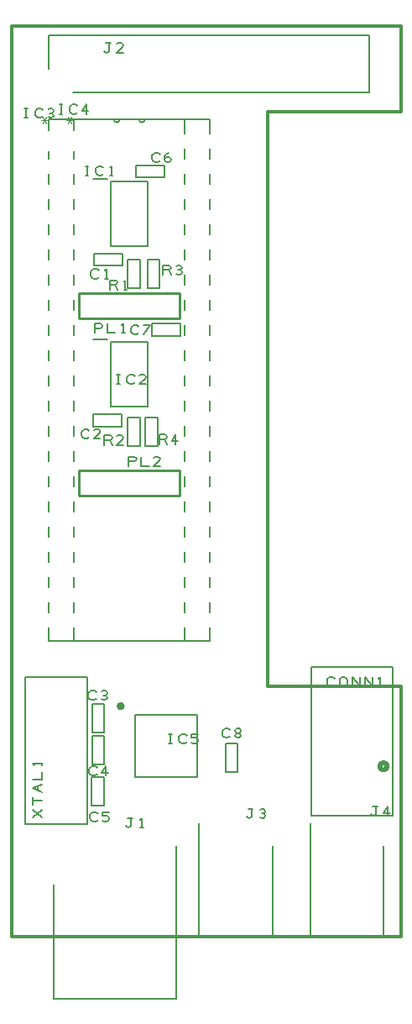
<source format=gto>
G04 DesignSpark PCB Gerber Version 11.0 Build 5877*
%FSLAX35Y35*%
%MOIN*%
%ADD124C,0.00300*%
%ADD100C,0.00500*%
%ADD115C,0.00600*%
%ADD125C,0.00787*%
%ADD81C,0.01000*%
%ADD10C,0.01200*%
%ADD131C,0.01575*%
%ADD127C,0.02000*%
X0Y0D02*
D02*
D10*
X87779Y25765D02*
Y387128D01*
X242514D01*
Y353055D01*
X189685D01*
Y124858D01*
X242514D01*
Y25765D01*
X87779D01*
D02*
D81*
X114719Y200821D02*
X154719D01*
Y210821D01*
X114719D01*
Y200821D01*
Y271156D02*
X154719D01*
Y281156D01*
X114719D01*
Y271156D01*
D02*
D100*
X93091Y350554D02*
X94341D01*
X93717D02*
Y354304D01*
X93091D02*
X94341D01*
X100279Y351179D02*
X99967Y350867D01*
X99341Y350554D01*
X98404D01*
X97779Y350867D01*
X97467Y351179D01*
X97154Y351804D01*
Y353054D01*
X97467Y353679D01*
X97779Y353992D01*
X98404Y354304D01*
X99341D01*
X99967Y353992D01*
X100279Y353679D01*
X102467Y350867D02*
X103091Y350554D01*
X103717D01*
X104341Y350867D01*
X104654Y351492D01*
X104341Y352117D01*
X103717Y352429D01*
X103091D01*
X103717D02*
X104341Y352742D01*
X104654Y353367D01*
X104341Y353992D01*
X103717Y354304D01*
X103091D01*
X102467Y353992D01*
X99969Y72967D02*
X96219Y76092D01*
Y72967D02*
X99969Y76092D01*
Y79530D02*
X96219D01*
Y77967D02*
Y81092D01*
X99969Y82967D02*
X96219Y84530D01*
X99969Y86092D01*
X98407Y83592D02*
Y85467D01*
X96219Y87967D02*
X99969D01*
Y91092D01*
Y93592D02*
Y94842D01*
Y94217D02*
X96219D01*
X96844Y93592D01*
X106846Y352117D02*
X108096D01*
X107471D02*
Y355867D01*
X106846D02*
X108096D01*
X114033Y352742D02*
X113721Y352430D01*
X113096Y352117D01*
X112158D01*
X111533Y352430D01*
X111221Y352742D01*
X110908Y353367D01*
Y354617D01*
X111221Y355242D01*
X111533Y355555D01*
X112158Y355867D01*
X113096D01*
X113721Y355555D01*
X114033Y355242D01*
X117471Y352117D02*
Y355867D01*
X115908Y353367D01*
X118408D01*
X118724Y223952D02*
X118411Y223639D01*
X117786Y223326D01*
X116849D01*
X116224Y223639D01*
X115911Y223952D01*
X115599Y224576D01*
Y225826D01*
X115911Y226452D01*
X116224Y226764D01*
X116849Y227076D01*
X117786D01*
X118411Y226764D01*
X118724Y226452D01*
X123099Y223326D02*
X120599D01*
X122786Y225514D01*
X123099Y226139D01*
X122786Y226764D01*
X122161Y227076D01*
X121224D01*
X120599Y226764D01*
X117161Y327734D02*
X118411D01*
X117787D02*
Y331484D01*
X117161D02*
X118411D01*
X124349Y328359D02*
X124037Y328047D01*
X123411Y327734D01*
X122474D01*
X121849Y328047D01*
X121537Y328359D01*
X121224Y328984D01*
Y330234D01*
X121537Y330859D01*
X121849Y331172D01*
X122474Y331484D01*
X123411D01*
X124037Y331172D01*
X124349Y330859D01*
X126849Y327734D02*
X128099D01*
X127474D02*
Y331484D01*
X126849Y330859D01*
X117816Y70388D02*
Y128687D01*
X93375D01*
Y70388D01*
X117816D01*
X121537Y120169D02*
X121225Y119856D01*
X120600Y119544D01*
X119662D01*
X119037Y119856D01*
X118725Y120169D01*
X118412Y120794D01*
Y122044D01*
X118725Y122669D01*
X119037Y122981D01*
X119662Y123294D01*
X120600D01*
X121225Y122981D01*
X121537Y122669D01*
X123725Y119856D02*
X124350Y119544D01*
X124975D01*
X125600Y119856D01*
X125912Y120481D01*
X125600Y121106D01*
X124975Y121419D01*
X124350D01*
X124975D02*
X125600Y121731D01*
X125912Y122356D01*
X125600Y122981D01*
X124975Y123294D01*
X124350D01*
X123725Y122981D01*
X121850Y90159D02*
X121537Y89847D01*
X120912Y89534D01*
X119975D01*
X119350Y89847D01*
X119037Y90159D01*
X118725Y90784D01*
Y92034D01*
X119037Y92659D01*
X119350Y92972D01*
X119975Y93284D01*
X120912D01*
X121537Y92972D01*
X121850Y92659D01*
X125287Y89534D02*
Y93284D01*
X123725Y90784D01*
X126225D01*
X122163Y72029D02*
X121850Y71716D01*
X121225Y71404D01*
X120287D01*
X119663Y71716D01*
X119350Y72029D01*
X119037Y72654D01*
Y73904D01*
X119350Y74529D01*
X119663Y74841D01*
X120287Y75154D01*
X121225D01*
X121850Y74841D01*
X122163Y74529D01*
X124037Y71716D02*
X124663Y71404D01*
X125600D01*
X126225Y71716D01*
X126537Y72341D01*
Y72654D01*
X126225Y73279D01*
X125600Y73591D01*
X124037D01*
Y75154D01*
X126537D01*
X122475Y287409D02*
X122163Y287096D01*
X121537Y286784D01*
X120600D01*
X119975Y287096D01*
X119663Y287409D01*
X119350Y288034D01*
Y289284D01*
X119663Y289909D01*
X119975Y290222D01*
X120600Y290534D01*
X121537D01*
X122163Y290222D01*
X122475Y289909D01*
X124975Y286784D02*
X126225D01*
X125600D02*
Y290534D01*
X124975Y289909D01*
X119780Y105281D02*
X124604D01*
Y93915D01*
X119780D01*
Y105281D01*
Y118098D02*
X124604D01*
Y106731D01*
X119780D01*
Y118098D01*
X120913Y265215D02*
Y268965D01*
X123100D01*
X123726Y268652D01*
X124038Y268027D01*
X123726Y267402D01*
X123100Y267090D01*
X120913D01*
X125913Y268965D02*
Y265215D01*
X129038D01*
X131538D02*
X132788D01*
X132163D02*
Y268965D01*
X131538Y268340D01*
X124547Y77539D02*
X119723D01*
Y88906D01*
X124547D01*
Y77539D01*
X124664Y220826D02*
Y224576D01*
X126852D01*
X127477Y224263D01*
X127789Y223638D01*
X127477Y223013D01*
X126852Y222701D01*
X124664D01*
X126852D02*
X127789Y220826D01*
X132164D02*
X129664D01*
X131852Y223013D01*
X132164Y223638D01*
X131852Y224263D01*
X131227Y224576D01*
X130289D01*
X129664Y224263D01*
X124664Y377091D02*
X124977Y376778D01*
X125602Y376466D01*
X126227Y376778D01*
X126539Y377091D01*
Y380216D01*
X127164D01*
X126539D02*
X125289D01*
X132164Y376466D02*
X129664D01*
X131852Y378654D01*
X132164Y379278D01*
X131852Y379904D01*
X131227Y380216D01*
X130289D01*
X129664Y379904D01*
X126852Y282407D02*
Y286157D01*
X129040D01*
X129665Y285845D01*
X129978Y285220D01*
X129665Y284595D01*
X129040Y284283D01*
X126852D01*
X129040D02*
X129978Y282407D01*
X132478D02*
X133728D01*
X133102D02*
Y286157D01*
X132478Y285533D01*
X129665Y244896D02*
X130915D01*
X130291D02*
Y248646D01*
X129665D02*
X130915D01*
X136853Y245521D02*
X136541Y245208D01*
X135915Y244896D01*
X134978D01*
X134353Y245208D01*
X134041Y245521D01*
X133728Y246146D01*
Y247396D01*
X134041Y248021D01*
X134353Y248333D01*
X134978Y248646D01*
X135915D01*
X136541Y248333D01*
X136853Y248021D01*
X141228Y244896D02*
X138728D01*
X140915Y247083D01*
X141228Y247708D01*
X140915Y248333D01*
X140291Y248646D01*
X139353D01*
X138728Y248333D01*
X131658Y232900D02*
Y228076D01*
X120291D01*
Y232900D01*
X131658D01*
X131971Y296670D02*
Y291846D01*
X120604D01*
Y296670D01*
X131971D01*
X133417Y69528D02*
X133730Y69215D01*
X134354Y68903D01*
X134980Y69215D01*
X135292Y69528D01*
Y72653D01*
X135917D01*
X135292D02*
X134042D01*
X139042Y68903D02*
X140292D01*
X139667D02*
Y72653D01*
X139042Y72028D01*
X134355Y212385D02*
Y216135D01*
X136542D01*
X137167Y215823D01*
X137480Y215198D01*
X137167Y214573D01*
X136542Y214261D01*
X134355D01*
X139355Y216135D02*
Y212385D01*
X142480D01*
X146855D02*
X144355D01*
X146542Y214573D01*
X146855Y215198D01*
X146542Y215823D01*
X145917Y216135D01*
X144980D01*
X144355Y215823D01*
X138418Y265215D02*
X138105Y264902D01*
X137480Y264589D01*
X136543D01*
X135918Y264902D01*
X135605Y265215D01*
X135293Y265839D01*
Y267089D01*
X135605Y267715D01*
X135918Y268027D01*
X136543Y268339D01*
X137480D01*
X138105Y268027D01*
X138418Y267715D01*
X140293Y264589D02*
X142793Y268339D01*
X140293D01*
X138927Y220396D02*
X134102D01*
Y231763D01*
X138927D01*
Y220396D01*
Y282916D02*
X134102D01*
Y294283D01*
X138927D01*
Y282916D01*
X143616Y264081D02*
Y268906D01*
X154983D01*
Y264081D01*
X143616D01*
X146858Y333674D02*
X146545Y333361D01*
X145920Y333048D01*
X144983D01*
X144358Y333361D01*
X144045Y333674D01*
X143733Y334298D01*
Y335548D01*
X144045Y336174D01*
X144358Y336486D01*
X144983Y336798D01*
X145920D01*
X146545Y336486D01*
X146858Y336174D01*
X148733Y333986D02*
X149045Y334611D01*
X149670Y334924D01*
X150295D01*
X150920Y334611D01*
X151233Y333986D01*
X150920Y333361D01*
X150295Y333048D01*
X149670D01*
X149045Y333361D01*
X148733Y333986D01*
Y334924D01*
X149045Y335861D01*
X149670Y336486D01*
X150295Y336798D01*
X145804Y220396D02*
X140980D01*
Y231763D01*
X145804D01*
Y220396D01*
X146546Y221138D02*
Y224888D01*
X148733D01*
X149359Y224576D01*
X149671Y223951D01*
X149359Y223326D01*
X148733Y223013D01*
X146546D01*
X148733D02*
X149671Y221138D01*
X153109D02*
Y224888D01*
X151546Y222388D01*
X154046D01*
X146742Y282916D02*
X141917D01*
Y294283D01*
X146742D01*
Y282916D01*
X148109Y288347D02*
Y292097D01*
X150296D01*
X150922Y291785D01*
X151234Y291159D01*
X150922Y290535D01*
X150296Y290222D01*
X148109D01*
X150296D02*
X151234Y288347D01*
X153422Y288659D02*
X154046Y288347D01*
X154672D01*
X155296Y288659D01*
X155609Y289285D01*
X155296Y289909D01*
X154672Y290222D01*
X154046D01*
X154672D02*
X155296Y290535D01*
X155609Y291159D01*
X155296Y291785D01*
X154672Y292097D01*
X154046D01*
X153422Y291785D01*
X148539Y331681D02*
Y326857D01*
X137172D01*
Y331681D01*
X148539D01*
X150297Y102351D02*
X151547D01*
X150922D02*
Y106101D01*
X150297D02*
X151547D01*
X157485Y102976D02*
X157172Y102663D01*
X156547Y102351D01*
X155609D01*
X154985Y102663D01*
X154672Y102976D01*
X154359Y103601D01*
Y104851D01*
X154672Y105476D01*
X154985Y105789D01*
X155609Y106101D01*
X156547D01*
X157172Y105789D01*
X157485Y105476D01*
X159359Y102663D02*
X159985Y102351D01*
X160922D01*
X161547Y102663D01*
X161859Y103289D01*
Y103601D01*
X161547Y104226D01*
X160922Y104539D01*
X159359D01*
Y106101D01*
X161859D01*
X174679Y105164D02*
X174367Y104852D01*
X173741Y104539D01*
X172804D01*
X172179Y104852D01*
X171867Y105164D01*
X171554Y105789D01*
Y107039D01*
X171867Y107664D01*
X172179Y107977D01*
X172804Y108289D01*
X173741D01*
X174367Y107977D01*
X174679Y107664D01*
X177491Y106414D02*
X178117D01*
X178741Y106727D01*
X179054Y107352D01*
X178741Y107977D01*
X178117Y108289D01*
X177491D01*
X176867Y107977D01*
X176554Y107352D01*
X176867Y106727D01*
X177491Y106414D01*
X176867Y106102D01*
X176554Y105477D01*
X176867Y104852D01*
X177491Y104539D01*
X178117D01*
X178741Y104852D01*
X179054Y105477D01*
X178741Y106102D01*
X178117Y106414D01*
X177689Y90981D02*
X172865D01*
Y102348D01*
X177689D01*
Y90981D01*
X181244Y73279D02*
X181557Y72967D01*
X182182Y72654D01*
X182807Y72967D01*
X183120Y73279D01*
Y76404D01*
X183744D01*
X183120D02*
X181870D01*
X186557Y72967D02*
X187182Y72654D01*
X187807D01*
X188432Y72967D01*
X188744Y73592D01*
X188432Y74217D01*
X187807Y74529D01*
X187182D01*
X187807D02*
X188432Y74842D01*
X188744Y75467D01*
X188432Y76092D01*
X187807Y76404D01*
X187182D01*
X186557Y76092D01*
X216255Y125483D02*
X215942Y125170D01*
X215317Y124858D01*
X214380D01*
X213755Y125170D01*
X213442Y125483D01*
X213130Y126108D01*
Y127358D01*
X213442Y127983D01*
X213755Y128296D01*
X214380Y128608D01*
X215317D01*
X215942Y128296D01*
X216255Y127983D01*
X218130Y126108D02*
Y127358D01*
X218442Y127983D01*
X218755Y128296D01*
X219380Y128608D01*
X220005D01*
X220630Y128296D01*
X220942Y127983D01*
X221255Y127358D01*
Y126108D01*
X220942Y125483D01*
X220630Y125170D01*
X220005Y124858D01*
X219380D01*
X218755Y125170D01*
X218442Y125483D01*
X218130Y126108D01*
X223130Y124858D02*
Y128608D01*
X226255Y124858D01*
Y128608D01*
X228130Y124858D02*
Y128608D01*
X231255Y124858D01*
Y128608D01*
X233755Y124858D02*
X235005D01*
X234380D02*
Y128608D01*
X233755Y127983D01*
X230635Y74217D02*
X230948Y73904D01*
X231572Y73592D01*
X232198Y73904D01*
X232510Y74217D01*
Y77342D01*
X233135D01*
X232510D02*
X231260D01*
X237198Y73592D02*
Y77342D01*
X235635Y74842D01*
X238135D01*
D02*
D115*
X102719Y158441D02*
Y154490D01*
Y168441D02*
Y164490D01*
Y178441D02*
Y174490D01*
Y188441D02*
Y184490D01*
Y198441D02*
Y194490D01*
Y208441D02*
Y204490D01*
Y218441D02*
Y214490D01*
Y228441D02*
Y224490D01*
Y238441D02*
Y234490D01*
Y248441D02*
Y244490D01*
Y258441D02*
Y254490D01*
Y268441D02*
Y264490D01*
Y278441D02*
Y274490D01*
Y288441D02*
Y284490D01*
Y298441D02*
Y294490D01*
Y308441D02*
Y304490D01*
Y318441D02*
Y314490D01*
Y328441D02*
Y324490D01*
Y337206D02*
Y334490D01*
Y345724D02*
Y349965D01*
X156719D01*
Y344490D01*
X112719Y158441D02*
Y154490D01*
Y168441D02*
Y164490D01*
Y178441D02*
Y174490D01*
Y188441D02*
Y184490D01*
Y198441D02*
Y194490D01*
Y208441D02*
Y204490D01*
Y218441D02*
Y214490D01*
Y228441D02*
Y224490D01*
Y238441D02*
Y234490D01*
Y248441D02*
Y244490D01*
Y258441D02*
Y254490D01*
Y268441D02*
Y264490D01*
Y278441D02*
Y274490D01*
Y288441D02*
Y284490D01*
Y298441D02*
Y294490D01*
Y308441D02*
Y304490D01*
Y318441D02*
Y314490D01*
Y328441D02*
Y324490D01*
Y337206D02*
Y334490D01*
Y345724D02*
Y349965D01*
X166719D01*
Y344490D01*
X128519Y349965D02*
G75*
G03*
X130919I1200J0D01*
G01*
X138519D02*
G75*
G03*
X140919I1200J0D01*
G01*
X156719Y148441D02*
Y142965D01*
X102719D01*
Y148441D01*
X156719Y154490D02*
Y158441D01*
Y164490D02*
Y168441D01*
Y174490D02*
Y178441D01*
Y184490D02*
Y188441D01*
Y194490D02*
Y198441D01*
Y204490D02*
Y208441D01*
Y214490D02*
Y218441D01*
Y224490D02*
Y228441D01*
Y234490D02*
Y238441D01*
Y244490D02*
Y248441D01*
Y254490D02*
Y258441D01*
Y264490D02*
Y268441D01*
Y274490D02*
Y278441D01*
Y284490D02*
Y288441D01*
Y294490D02*
Y298441D01*
Y304490D02*
Y308441D01*
Y314490D02*
Y318441D01*
Y324490D02*
Y328441D01*
Y334490D02*
Y338441D01*
X166719Y148441D02*
Y142965D01*
X112719D01*
Y148441D01*
X166719Y154490D02*
Y158441D01*
Y164490D02*
Y168441D01*
Y174490D02*
Y178441D01*
Y184490D02*
Y188441D01*
Y194490D02*
Y198441D01*
Y204490D02*
Y208441D01*
Y214490D02*
Y218441D01*
Y224490D02*
Y228441D01*
Y234490D02*
Y238441D01*
Y244490D02*
Y248441D01*
Y254490D02*
Y258441D01*
Y264490D02*
Y268441D01*
Y274490D02*
Y278441D01*
Y284490D02*
Y288441D01*
Y294490D02*
Y298441D01*
Y304490D02*
Y308441D01*
Y314490D02*
Y318441D01*
Y324490D02*
Y328441D01*
Y334490D02*
Y338441D01*
X239334Y73736D02*
Y132836D01*
X206934D01*
Y73736D01*
X239334D01*
D02*
D124*
X99719Y349603D02*
X102219D01*
X100344Y348353D02*
X101594Y350853D01*
X100344D02*
X101594Y348353D01*
X109719Y349603D02*
X112219D01*
X110344Y348353D02*
X111594Y350853D01*
X110344D02*
X111594Y348353D01*
D02*
D125*
X112160Y360650D02*
X230074D01*
Y383287D01*
X102515D01*
Y369902D01*
X120348Y262739D02*
X126057D01*
X120348Y326197D02*
X126057D01*
X127435Y261755D02*
X142002D01*
Y236165D01*
X127435D01*
Y261755D01*
Y325213D02*
X142002D01*
Y299622D01*
X127435D01*
Y325213D01*
X136958Y113815D02*
X161761D01*
Y89012D01*
X136958D01*
Y113815D01*
X153368Y61713D02*
Y1083D01*
X104549D01*
Y46358D01*
X191515Y61713D02*
Y25493D01*
X162381D01*
Y70769D01*
X235592Y61713D02*
Y25493D01*
X206458D01*
Y70769D01*
D02*
D127*
X235634Y94786D02*
G75*
G03*
Y91786I0J-1500D01*
G01*
G75*
G03*
Y94786I0J1500D01*
G01*
D02*
D131*
X132037Y117161D02*
G75*
G02*
X130462I-787J0D01*
G01*
X132037D02*
G75*
G02*
X130462I-787J0D01*
G01*
G75*
G02*
X132037I787J0D01*
G01*
X0Y0D02*
M02*

</source>
